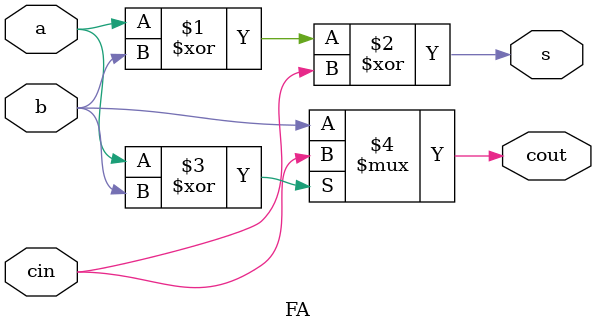
<source format=v>
module part3(SW, LEDR);
	input [8:0] SW; ///SW[8] cin, SW[7:4] A, SW[3:0] B
	output [4:0] LEDR; //LEDR[5] cout  LEDR[4:0] s
	wire c1, c2, c3;
	FA A0 (SW[4], SW[0], SW[8], LEDR[0], c1 );
	FA A1 (SW[5], SW[1], c1, LEDR[1], c2 );
	FA A2 (SW[6], SW[2], c2, LEDR[2], c3 );
	FA A3 (SW[7], SW[3], c3, LEDR[3], LEDR[4] );
endmodule
module FA(a,b,cin,s,cout);
	input a, b, cin;
	output s, cout;
	assign s = (a^b)^cin;
	assign cout = (a^b) ? cin : b;
endmodule


</source>
